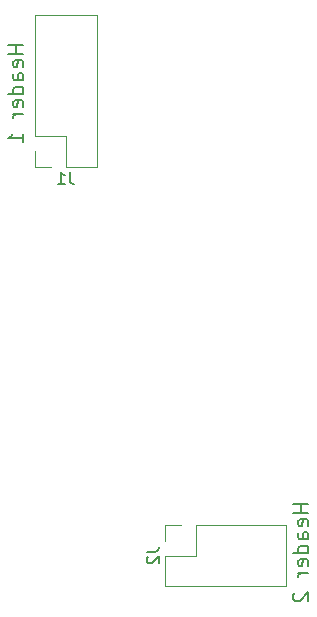
<source format=gbr>
%TF.GenerationSoftware,KiCad,Pcbnew,9.0.0*%
%TF.CreationDate,2025-03-02T16:43:32+01:00*%
%TF.ProjectId,board_io,626f6172-645f-4696-9f2e-6b696361645f,rev?*%
%TF.SameCoordinates,Original*%
%TF.FileFunction,Legend,Bot*%
%TF.FilePolarity,Positive*%
%FSLAX46Y46*%
G04 Gerber Fmt 4.6, Leading zero omitted, Abs format (unit mm)*
G04 Created by KiCad (PCBNEW 9.0.0) date 2025-03-02 16:43:32*
%MOMM*%
%LPD*%
G01*
G04 APERTURE LIST*
%ADD10C,0.150000*%
%ADD11C,0.120000*%
G04 APERTURE END LIST*
D10*
X48560019Y-66250966D02*
X49274304Y-66250966D01*
X49274304Y-66250966D02*
X49417161Y-66203347D01*
X49417161Y-66203347D02*
X49512400Y-66108109D01*
X49512400Y-66108109D02*
X49560019Y-65965252D01*
X49560019Y-65965252D02*
X49560019Y-65870014D01*
X48655257Y-66679538D02*
X48607638Y-66727157D01*
X48607638Y-66727157D02*
X48560019Y-66822395D01*
X48560019Y-66822395D02*
X48560019Y-67060490D01*
X48560019Y-67060490D02*
X48607638Y-67155728D01*
X48607638Y-67155728D02*
X48655257Y-67203347D01*
X48655257Y-67203347D02*
X48750495Y-67250966D01*
X48750495Y-67250966D02*
X48845733Y-67250966D01*
X48845733Y-67250966D02*
X48988590Y-67203347D01*
X48988590Y-67203347D02*
X49560019Y-66631919D01*
X49560019Y-66631919D02*
X49560019Y-67250966D01*
X62242926Y-62238157D02*
X60972926Y-62238157D01*
X61577688Y-62238157D02*
X61577688Y-62963872D01*
X62242926Y-62963872D02*
X60972926Y-62963872D01*
X62182450Y-64052443D02*
X62242926Y-63931491D01*
X62242926Y-63931491D02*
X62242926Y-63689586D01*
X62242926Y-63689586D02*
X62182450Y-63568633D01*
X62182450Y-63568633D02*
X62061497Y-63508157D01*
X62061497Y-63508157D02*
X61577688Y-63508157D01*
X61577688Y-63508157D02*
X61456735Y-63568633D01*
X61456735Y-63568633D02*
X61396259Y-63689586D01*
X61396259Y-63689586D02*
X61396259Y-63931491D01*
X61396259Y-63931491D02*
X61456735Y-64052443D01*
X61456735Y-64052443D02*
X61577688Y-64112919D01*
X61577688Y-64112919D02*
X61698640Y-64112919D01*
X61698640Y-64112919D02*
X61819592Y-63508157D01*
X62242926Y-65201490D02*
X61577688Y-65201490D01*
X61577688Y-65201490D02*
X61456735Y-65141014D01*
X61456735Y-65141014D02*
X61396259Y-65020062D01*
X61396259Y-65020062D02*
X61396259Y-64778157D01*
X61396259Y-64778157D02*
X61456735Y-64657204D01*
X62182450Y-65201490D02*
X62242926Y-65080538D01*
X62242926Y-65080538D02*
X62242926Y-64778157D01*
X62242926Y-64778157D02*
X62182450Y-64657204D01*
X62182450Y-64657204D02*
X62061497Y-64596728D01*
X62061497Y-64596728D02*
X61940545Y-64596728D01*
X61940545Y-64596728D02*
X61819592Y-64657204D01*
X61819592Y-64657204D02*
X61759116Y-64778157D01*
X61759116Y-64778157D02*
X61759116Y-65080538D01*
X61759116Y-65080538D02*
X61698640Y-65201490D01*
X62242926Y-66350538D02*
X60972926Y-66350538D01*
X62182450Y-66350538D02*
X62242926Y-66229586D01*
X62242926Y-66229586D02*
X62242926Y-65987681D01*
X62242926Y-65987681D02*
X62182450Y-65866729D01*
X62182450Y-65866729D02*
X62121973Y-65806252D01*
X62121973Y-65806252D02*
X62001021Y-65745776D01*
X62001021Y-65745776D02*
X61638164Y-65745776D01*
X61638164Y-65745776D02*
X61517211Y-65806252D01*
X61517211Y-65806252D02*
X61456735Y-65866729D01*
X61456735Y-65866729D02*
X61396259Y-65987681D01*
X61396259Y-65987681D02*
X61396259Y-66229586D01*
X61396259Y-66229586D02*
X61456735Y-66350538D01*
X62182450Y-67439110D02*
X62242926Y-67318158D01*
X62242926Y-67318158D02*
X62242926Y-67076253D01*
X62242926Y-67076253D02*
X62182450Y-66955300D01*
X62182450Y-66955300D02*
X62061497Y-66894824D01*
X62061497Y-66894824D02*
X61577688Y-66894824D01*
X61577688Y-66894824D02*
X61456735Y-66955300D01*
X61456735Y-66955300D02*
X61396259Y-67076253D01*
X61396259Y-67076253D02*
X61396259Y-67318158D01*
X61396259Y-67318158D02*
X61456735Y-67439110D01*
X61456735Y-67439110D02*
X61577688Y-67499586D01*
X61577688Y-67499586D02*
X61698640Y-67499586D01*
X61698640Y-67499586D02*
X61819592Y-66894824D01*
X62242926Y-68043871D02*
X61396259Y-68043871D01*
X61638164Y-68043871D02*
X61517211Y-68104348D01*
X61517211Y-68104348D02*
X61456735Y-68164824D01*
X61456735Y-68164824D02*
X61396259Y-68285776D01*
X61396259Y-68285776D02*
X61396259Y-68406729D01*
X61093878Y-69737204D02*
X61033402Y-69797680D01*
X61033402Y-69797680D02*
X60972926Y-69918633D01*
X60972926Y-69918633D02*
X60972926Y-70221014D01*
X60972926Y-70221014D02*
X61033402Y-70341966D01*
X61033402Y-70341966D02*
X61093878Y-70402442D01*
X61093878Y-70402442D02*
X61214830Y-70462919D01*
X61214830Y-70462919D02*
X61335783Y-70462919D01*
X61335783Y-70462919D02*
X61517211Y-70402442D01*
X61517211Y-70402442D02*
X62242926Y-69676728D01*
X62242926Y-69676728D02*
X62242926Y-70462919D01*
X42038533Y-34099119D02*
X42038533Y-34813404D01*
X42038533Y-34813404D02*
X42086152Y-34956261D01*
X42086152Y-34956261D02*
X42181390Y-35051500D01*
X42181390Y-35051500D02*
X42324247Y-35099119D01*
X42324247Y-35099119D02*
X42419485Y-35099119D01*
X41038533Y-35099119D02*
X41609961Y-35099119D01*
X41324247Y-35099119D02*
X41324247Y-34099119D01*
X41324247Y-34099119D02*
X41419485Y-34241976D01*
X41419485Y-34241976D02*
X41514723Y-34337214D01*
X41514723Y-34337214D02*
X41609961Y-34384833D01*
X38112926Y-23376157D02*
X36842926Y-23376157D01*
X37447688Y-23376157D02*
X37447688Y-24101872D01*
X38112926Y-24101872D02*
X36842926Y-24101872D01*
X38052450Y-25190443D02*
X38112926Y-25069491D01*
X38112926Y-25069491D02*
X38112926Y-24827586D01*
X38112926Y-24827586D02*
X38052450Y-24706633D01*
X38052450Y-24706633D02*
X37931497Y-24646157D01*
X37931497Y-24646157D02*
X37447688Y-24646157D01*
X37447688Y-24646157D02*
X37326735Y-24706633D01*
X37326735Y-24706633D02*
X37266259Y-24827586D01*
X37266259Y-24827586D02*
X37266259Y-25069491D01*
X37266259Y-25069491D02*
X37326735Y-25190443D01*
X37326735Y-25190443D02*
X37447688Y-25250919D01*
X37447688Y-25250919D02*
X37568640Y-25250919D01*
X37568640Y-25250919D02*
X37689592Y-24646157D01*
X38112926Y-26339490D02*
X37447688Y-26339490D01*
X37447688Y-26339490D02*
X37326735Y-26279014D01*
X37326735Y-26279014D02*
X37266259Y-26158062D01*
X37266259Y-26158062D02*
X37266259Y-25916157D01*
X37266259Y-25916157D02*
X37326735Y-25795204D01*
X38052450Y-26339490D02*
X38112926Y-26218538D01*
X38112926Y-26218538D02*
X38112926Y-25916157D01*
X38112926Y-25916157D02*
X38052450Y-25795204D01*
X38052450Y-25795204D02*
X37931497Y-25734728D01*
X37931497Y-25734728D02*
X37810545Y-25734728D01*
X37810545Y-25734728D02*
X37689592Y-25795204D01*
X37689592Y-25795204D02*
X37629116Y-25916157D01*
X37629116Y-25916157D02*
X37629116Y-26218538D01*
X37629116Y-26218538D02*
X37568640Y-26339490D01*
X38112926Y-27488538D02*
X36842926Y-27488538D01*
X38052450Y-27488538D02*
X38112926Y-27367586D01*
X38112926Y-27367586D02*
X38112926Y-27125681D01*
X38112926Y-27125681D02*
X38052450Y-27004729D01*
X38052450Y-27004729D02*
X37991973Y-26944252D01*
X37991973Y-26944252D02*
X37871021Y-26883776D01*
X37871021Y-26883776D02*
X37508164Y-26883776D01*
X37508164Y-26883776D02*
X37387211Y-26944252D01*
X37387211Y-26944252D02*
X37326735Y-27004729D01*
X37326735Y-27004729D02*
X37266259Y-27125681D01*
X37266259Y-27125681D02*
X37266259Y-27367586D01*
X37266259Y-27367586D02*
X37326735Y-27488538D01*
X38052450Y-28577110D02*
X38112926Y-28456158D01*
X38112926Y-28456158D02*
X38112926Y-28214253D01*
X38112926Y-28214253D02*
X38052450Y-28093300D01*
X38052450Y-28093300D02*
X37931497Y-28032824D01*
X37931497Y-28032824D02*
X37447688Y-28032824D01*
X37447688Y-28032824D02*
X37326735Y-28093300D01*
X37326735Y-28093300D02*
X37266259Y-28214253D01*
X37266259Y-28214253D02*
X37266259Y-28456158D01*
X37266259Y-28456158D02*
X37326735Y-28577110D01*
X37326735Y-28577110D02*
X37447688Y-28637586D01*
X37447688Y-28637586D02*
X37568640Y-28637586D01*
X37568640Y-28637586D02*
X37689592Y-28032824D01*
X38112926Y-29181871D02*
X37266259Y-29181871D01*
X37508164Y-29181871D02*
X37387211Y-29242348D01*
X37387211Y-29242348D02*
X37326735Y-29302824D01*
X37326735Y-29302824D02*
X37266259Y-29423776D01*
X37266259Y-29423776D02*
X37266259Y-29544729D01*
X38112926Y-31600919D02*
X38112926Y-30875204D01*
X38112926Y-31238061D02*
X36842926Y-31238061D01*
X36842926Y-31238061D02*
X37024354Y-31117109D01*
X37024354Y-31117109D02*
X37145307Y-30996157D01*
X37145307Y-30996157D02*
X37205783Y-30875204D01*
D11*
%TO.C,J2*%
X50105200Y-63984300D02*
X51435200Y-63984300D01*
X50105200Y-65314300D02*
X50105200Y-63984300D01*
X50105200Y-66584300D02*
X52705200Y-66584300D01*
X50105200Y-69184300D02*
X50105200Y-66584300D01*
X52705200Y-66584300D02*
X52705200Y-63984300D01*
X60385200Y-63984300D02*
X52705200Y-63984300D01*
X60385200Y-69184300D02*
X50105200Y-69184300D01*
X60385200Y-69184300D02*
X60385200Y-63984300D01*
%TO.C,J1*%
X39105200Y-20824300D02*
X39105200Y-31044300D01*
X39105200Y-33644300D02*
X39105200Y-32314300D01*
X40435200Y-33644300D02*
X39105200Y-33644300D01*
X41705200Y-31044300D02*
X39105200Y-31044300D01*
X41705200Y-33644300D02*
X41705200Y-31044300D01*
X44305200Y-20824300D02*
X39105200Y-20824300D01*
X44305200Y-20824300D02*
X44305200Y-33644300D01*
X44305200Y-33644300D02*
X41705200Y-33644300D01*
%TD*%
M02*

</source>
